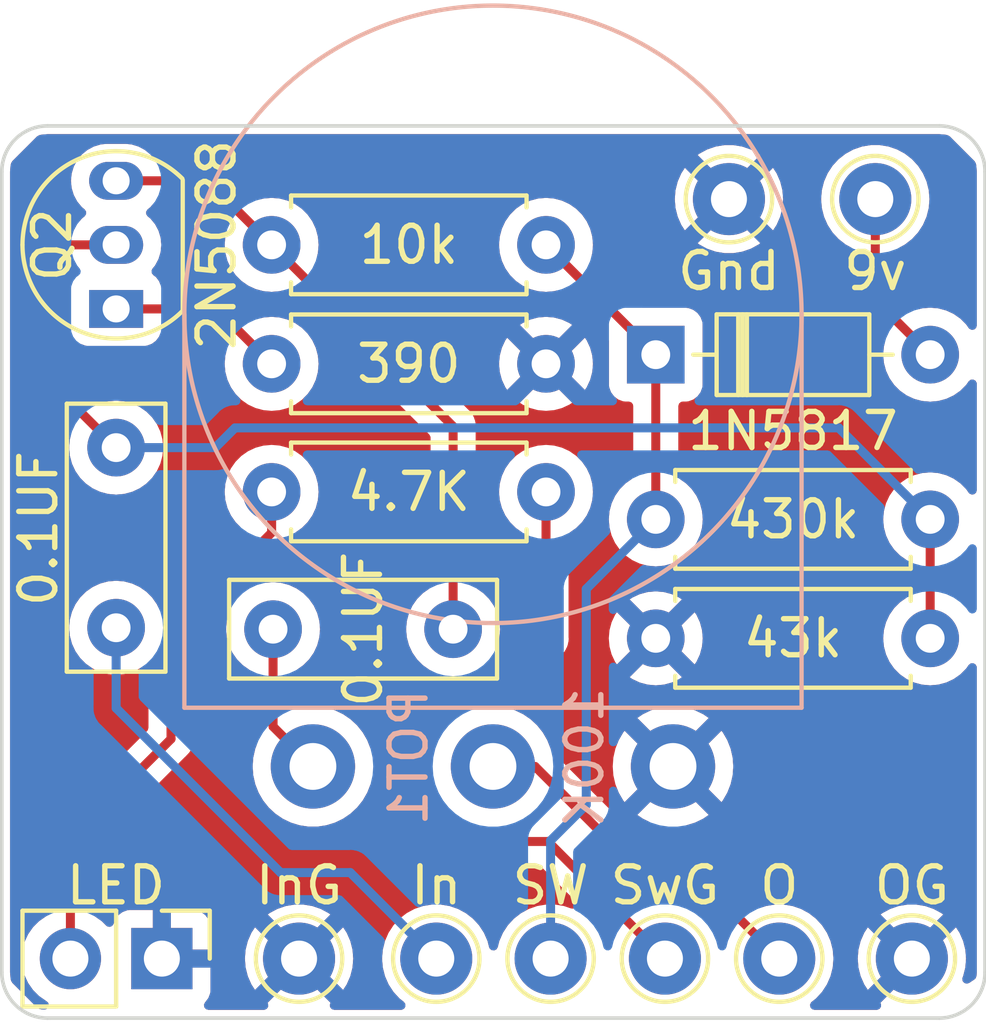
<source format=kicad_pcb>
(kicad_pcb (version 20241229) (generator "pcbnew") (generator_version "9.0")
  (layers (0 "F.Cu" signal) (2 "B.Cu" signal) (13 "F.Paste" user) (15 "B.Paste" user) (5 "F.SilkS" user "F.Silkscreen") (7 "B.SilkS" user "B.Silkscreen") (1 "F.Mask" user) (3 "B.Mask" user) (25 "Edge.Cuts" user))
  (net 0 "")
  (net 1 "Net-(9v1-Pin_1)")
  (net 2 "Net-(In1-Pin_1)")
  (net 3 "Net-(Q2-B)")
  (net 4 "Net-(Q2-C)")
  (net 5 "Net-(C2-Pad2)")
  (net 6 "Net-(D1-K)")
  (net 7 "GND")
  (net 8 "Net-(LED1-A)")
  (net 9 "Net-(Out1-Pin_1)")
  (net 10 "Net-(Q2-E)")
  (net 11 "Net-(swGnd1-Pin_1)")
  (footprint "TestPoint:TestPoint_THTPad_D2.0mm_Drill1.0mm" (layer "F.Cu") (at 168.148 92.202 180)
    (property "Reference" "Gnd" (at 0 -1.998 0) (layer "F.SilkS"))
    (property "Value" "~" (hide yes))
    (fp_circle (center 0 0) (end 0 1.2) (stroke (width 0.12)) (fill no) (layer "F.SilkS"))
    (pad "1" thru_hole circle (at 0 0 180) (size 2 2) (drill 1) (layers "*.Cu" "*.Mask") (net 7 "GND"))
  )
  (footprint "TestPoint:TestPoint_THTPad_D2.0mm_Drill1.0mm" (layer "F.Cu") (at 166.37 113.284 180)
    (property "Reference" "SwG" (at 0 2.032 0) (layer "F.SilkS"))
    (property "Value" "~" (hide yes))
    (fp_circle (center 0 0) (end 0 1.2) (stroke (width 0.12)) (fill no) (layer "F.SilkS"))
    (pad "1" thru_hole circle (at 0 0 180) (size 2 2) (drill 1) (layers "*.Cu" "*.Mask") (net 11 "Net-(swGnd1-Pin_1)"))
  )
  (footprint "Resistor_THT:R_Axial_DIN0207_L6.3mm_D2.5mm_P7.62mm_Horizontal" (layer "F.Cu") (at 166.116 104.394)
    (property "Reference" "R2" (hide yes))
    (property "Value" "43k" (at 3.81 0 0) (layer "F.SilkS"))
    (fp_line (start 0.54 -1.37) (end 7.08 -1.37) (stroke (width 0.12)) (layer "F.SilkS"))
    (fp_line (start 0.54 -1.04) (end 0.54 -1.37) (stroke (width 0.12)) (layer "F.SilkS"))
    (fp_line (start 0.54 1.04) (end 0.54 1.37) (stroke (width 0.12)) (layer "F.SilkS"))
    (fp_line (start 0.54 1.37) (end 7.08 1.37) (stroke (width 0.12)) (layer "F.SilkS"))
    (fp_line (start 7.08 -1.37) (end 7.08 -1.04) (stroke (width 0.12)) (layer "F.SilkS"))
    (fp_line (start 7.08 1.37) (end 7.08 1.04) (stroke (width 0.12)) (layer "F.SilkS"))
    (pad "1" thru_hole circle (at 0 0) (size 1.6 1.6) (drill 0.8) (layers "*.Cu" "*.Mask") (net 7 "GND"))
    (pad "2" thru_hole oval (at 7.62 0) (size 1.6 1.6) (drill 0.8) (layers "*.Cu" "*.Mask") (net 3 "Net-(Q2-B)"))
  )
  (footprint "TestPoint:TestPoint_THTPad_D2.0mm_Drill1.0mm" (layer "F.Cu") (at 173.228 113.284 180)
    (property "Reference" "OG" (at 0 2.032 0) (layer "F.SilkS"))
    (property "Value" "~")
    (fp_circle (center 0 0) (end 0 1.2) (stroke (width 0.12)) (fill no) (layer "F.SilkS"))
    (pad "1" thru_hole circle (at 0 0 180) (size 2 2) (drill 1) (layers "*.Cu" "*.Mask") (net 7 "GND"))
  )
  (footprint "Resistor_THT:R_Axial_DIN0207_L6.3mm_D2.5mm_P7.62mm_Horizontal" (layer "F.Cu") (at 163.068 96.774 180)
    (property "Reference" "R4" (hide yes))
    (property "Value" "390" (at 3.81 0 0) (layer "F.SilkS"))
    (fp_line (start 7.08 1.37) (end 7.08 1.04) (stroke (width 0.12)) (layer "F.SilkS"))
    (fp_line (start 7.08 -1.37) (end 7.08 -1.04) (stroke (width 0.12)) (layer "F.SilkS"))
    (fp_line (start 0.54 1.37) (end 7.08 1.37) (stroke (width 0.12)) (layer "F.SilkS"))
    (fp_line (start 0.54 1.04) (end 0.54 1.37) (stroke (width 0.12)) (layer "F.SilkS"))
    (fp_line (start 0.54 -1.04) (end 0.54 -1.37) (stroke (width 0.12)) (layer "F.SilkS"))
    (fp_line (start 0.54 -1.37) (end 7.08 -1.37) (stroke (width 0.12)) (layer "F.SilkS"))
    (pad "1" thru_hole circle (at 0 0 180) (size 1.6 1.6) (drill 0.8) (layers "*.Cu" "*.Mask") (net 7 "GND"))
    (pad "2" thru_hole oval (at 7.62 0 180) (size 1.6 1.6) (drill 0.8) (layers "*.Cu" "*.Mask") (net 10 "Net-(Q2-E)"))
  )
  (footprint "Resistor_THT:R_Axial_DIN0207_L6.3mm_D2.5mm_P7.62mm_Horizontal" (layer "F.Cu") (at 155.448 93.472)
    (property "Reference" "R3" (hide yes))
    (property "Value" "10k" (at 3.81 0 0) (layer "F.SilkS"))
    (fp_line (start 0.54 -1.37) (end 7.08 -1.37) (stroke (width 0.12)) (layer "F.SilkS"))
    (fp_line (start 0.54 -1.04) (end 0.54 -1.37) (stroke (width 0.12)) (layer "F.SilkS"))
    (fp_line (start 0.54 1.04) (end 0.54 1.37) (stroke (width 0.12)) (layer "F.SilkS"))
    (fp_line (start 0.54 1.37) (end 7.08 1.37) (stroke (width 0.12)) (layer "F.SilkS"))
    (fp_line (start 7.08 -1.37) (end 7.08 -1.04) (stroke (width 0.12)) (layer "F.SilkS"))
    (fp_line (start 7.08 1.37) (end 7.08 1.04) (stroke (width 0.12)) (layer "F.SilkS"))
    (pad "1" thru_hole circle (at 0 0) (size 1.6 1.6) (drill 0.8) (layers "*.Cu" "*.Mask") (net 4 "Net-(Q2-C)"))
    (pad "2" thru_hole oval (at 7.62 0) (size 1.6 1.6) (drill 0.8) (layers "*.Cu" "*.Mask") (net 6 "Net-(D1-K)"))
  )
  (footprint "TestPoint:TestPoint_THTPad_D2.0mm_Drill1.0mm" (layer "F.Cu") (at 160.02 113.284 180)
    (property "Reference" "In" (at 0 2.032 0) (layer "F.SilkS"))
    (property "Value" "~")
    (fp_circle (center 0 0) (end 0 1.2) (stroke (width 0.12)) (fill no) (layer "F.SilkS"))
    (pad "1" thru_hole circle (at 0 0 180) (size 2 2) (drill 1) (layers "*.Cu" "*.Mask") (net 2 "Net-(In1-Pin_1)"))
  )
  (footprint "Package_TO_SOT_THT:TO-92_Inline" (layer "F.Cu") (at 151.13 94.742 90)
    (property "Reference" "Q2" (at 1.27 -1.778 90) (layer "F.SilkS"))
    (property "Value" "2N5088" (at 1.27 2.79 90) (layer "F.SilkS"))
    (fp_line (start -0.53 1.85) (end 3.07 1.85) (stroke (width 0.12)) (layer "F.SilkS"))
    (fp_arc (start 1.27 -2.6) (mid 3.672087 -0.994977) (end 3.108478 1.838478) (stroke (width 0.12)) (layer "F.SilkS"))
    (fp_arc (start -0.568478 1.838478) (mid -1.132087 -0.994977) (end 1.27 -2.6) (stroke (width 0.12)) (layer "F.SilkS"))
    (pad "1" thru_hole rect (at -0.508 0 90) (size 1.05 1.5) (drill 0.75) (layers "*.Cu" "*.Mask") (net 10 "Net-(Q2-E)"))
    (pad "2" thru_hole oval (at 1.27 0 90) (size 1.05 1.5) (drill 0.75) (layers "*.Cu" "*.Mask") (net 3 "Net-(Q2-B)"))
    (pad "3" thru_hole oval (at 3.048 0 90) (size 1.05 1.5) (drill 0.75) (layers "*.Cu" "*.Mask") (net 4 "Net-(Q2-C)"))
  )
  (footprint "TestPoint:TestPoint_THTPad_D2.0mm_Drill1.0mm" (layer "F.Cu") (at 156.21 113.284 180)
    (property "Reference" "InG" (at 0 2.032 0) (layer "F.SilkS"))
    (property "Value" "~" (hide yes))
    (fp_circle (center 0 0) (end 0 1.2) (stroke (width 0.12)) (fill no) (layer "F.SilkS"))
    (pad "1" thru_hole circle (at 0 0 180) (size 2 2) (drill 1) (layers "*.Cu" "*.Mask") (net 7 "GND"))
  )
  (footprint "TestPoint:TestPoint_THTPad_D2.0mm_Drill1.0mm" (layer "F.Cu") (at 172.212 92.202 180)
    (property "Reference" "9v" (at 0 -1.998 0) (layer "F.SilkS"))
    (property "Value" " ")
    (fp_circle (center 0 0) (end 0 1.2) (stroke (width 0.12)) (fill no) (layer "F.SilkS"))
    (pad "1" thru_hole circle (at 0 0 180) (size 2 2) (drill 1) (layers "*.Cu" "*.Mask") (net 1 "Net-(9v1-Pin_1)"))
  )
  (footprint "Capacitor_THT:C_Rect_L7.2mm_W2.5mm_P5.00mm_FKS2_FKP2_MKS2_MKP2" (layer "F.Cu") (at 151.13 104.1 90)
    (property "Reference" "C1" (hide yes))
    (property "Value" "0.1UF" (at 2.754 -2.159 90) (layer "F.SilkS"))
    (fp_line (start 6.22 -1.37) (end 6.22 1.37) (stroke (width 0.12)) (layer "F.SilkS"))
    (fp_line (start -1.22 -1.37) (end 6.22 -1.37) (stroke (width 0.12)) (layer "F.SilkS"))
    (fp_line (start -1.22 -1.37) (end -1.22 1.37) (stroke (width 0.12)) (layer "F.SilkS"))
    (fp_line (start -1.22 1.37) (end 6.22 1.37) (stroke (width 0.12)) (layer "F.SilkS"))
    (pad "1" thru_hole circle (at 0 0 90) (size 1.6 1.6) (drill 0.8) (layers "*.Cu" "*.Mask") (net 2 "Net-(In1-Pin_1)"))
    (pad "2" thru_hole circle (at 5 0 90) (size 1.6 1.6) (drill 0.8) (layers "*.Cu" "*.Mask") (net 3 "Net-(Q2-B)"))
  )
  (footprint "Resistor_THT:R_Axial_DIN0207_L6.3mm_D2.5mm_P7.62mm_Horizontal" (layer "F.Cu") (at 173.736 101.092 180)
    (property "Reference" "R1" (hide yes))
    (property "Value" "430k" (at 3.81 0 0) (layer "F.SilkS"))
    (fp_line (start 7.08 1.37) (end 7.08 1.04) (stroke (width 0.12)) (layer "F.SilkS"))
    (fp_line (start 7.08 -1.37) (end 7.08 -1.04) (stroke (width 0.12)) (layer "F.SilkS"))
    (fp_line (start 0.54 1.37) (end 7.08 1.37) (stroke (width 0.12)) (layer "F.SilkS"))
    (fp_line (start 0.54 1.04) (end 0.54 1.37) (stroke (width 0.12)) (layer "F.SilkS"))
    (fp_line (start 0.54 -1.04) (end 0.54 -1.37) (stroke (width 0.12)) (layer "F.SilkS"))
    (fp_line (start 0.54 -1.37) (end 7.08 -1.37) (stroke (width 0.12)) (layer "F.SilkS"))
    (pad "1" thru_hole circle (at 0 0 180) (size 1.6 1.6) (drill 0.8) (layers "*.Cu" "*.Mask") (net 3 "Net-(Q2-B)"))
    (pad "2" thru_hole oval (at 7.62 0 180) (size 1.6 1.6) (drill 0.8) (layers "*.Cu" "*.Mask") (net 6 "Net-(D1-K)"))
  )
  (footprint "Diode_THT:D_DO-35_SOD27_P7.62mm_Horizontal" (layer "F.Cu") (at 166.116 96.52)
    (property "Reference" "D1" (hide yes))
    (property "Value" "1N5817" (at 3.81 2.12 0) (layer "F.SilkS"))
    (fp_line (start 1.04 0) (end 1.69 0) (stroke (width 0.12)) (layer "F.SilkS"))
    (fp_line (start 1.69 -1.12) (end 1.69 1.12) (stroke (width 0.12)) (layer "F.SilkS"))
    (fp_line (start 1.69 1.12) (end 5.93 1.12) (stroke (width 0.12)) (layer "F.SilkS"))
    (fp_line (start 2.29 -1.12) (end 2.29 1.12) (stroke (width 0.12)) (layer "F.SilkS"))
    (fp_line (start 2.41 -1.12) (end 2.41 1.12) (stroke (width 0.12)) (layer "F.SilkS"))
    (fp_line (start 2.53 -1.12) (end 2.53 1.12) (stroke (width 0.12)) (layer "F.SilkS"))
    (fp_line (start 5.93 -1.12) (end 1.69 -1.12) (stroke (width 0.12)) (layer "F.SilkS"))
    (fp_line (start 5.93 1.12) (end 5.93 -1.12) (stroke (width 0.12)) (layer "F.SilkS"))
    (fp_line (start 6.58 0) (end 5.93 0) (stroke (width 0.12)) (layer "F.SilkS"))
    (pad "1" thru_hole rect (at 0 0) (size 1.6 1.6) (drill 0.8) (layers "*.Cu" "*.Mask") (net 6 "Net-(D1-K)"))
    (pad "2" thru_hole oval (at 7.62 0) (size 1.6 1.6) (drill 0.8) (layers "*.Cu" "*.Mask") (net 1 "Net-(9v1-Pin_1)"))
  )
  (footprint "Capacitor_THT:C_Rect_L7.2mm_W2.5mm_P5.00mm_FKS2_FKP2_MKS2_MKP2" (layer "F.Cu") (at 160.488 104.14 180)
    (property "Reference" "C2" (hide yes))
    (property "Value" "0.1UF" (at 2.5 0 270) (layer "F.SilkS"))
    (fp_line (start 6.22 -1.37) (end 6.22 1.37) (stroke (width 0.12)) (layer "F.SilkS"))
    (fp_line (start -1.22 1.37) (end 6.22 1.37) (stroke (width 0.12)) (layer "F.SilkS"))
    (fp_line (start -1.22 -1.37) (end 6.22 -1.37) (stroke (width 0.12)) (layer "F.SilkS"))
    (fp_line (start -1.22 -1.37) (end -1.22 1.37) (stroke (width 0.12)) (layer "F.SilkS"))
    (pad "1" thru_hole circle (at 0 0 180) (size 1.6 1.6) (drill 0.8) (layers "*.Cu" "*.Mask") (net 4 "Net-(Q2-C)"))
    (pad "2" thru_hole circle (at 5 0 180) (size 1.6 1.6) (drill 0.8) (layers "*.Cu" "*.Mask") (net 5 "Net-(C2-Pad2)"))
  )
  (footprint "Resistor_THT:R_Axial_DIN0207_L6.3mm_D2.5mm_P7.62mm_Horizontal" (layer "F.Cu") (at 155.448 100.33)
    (property "Reference" "R5" (hide yes))
    (property "Value" "4.7K" (at 3.81 0 0) (layer "F.SilkS"))
    (fp_line (start 0.54 -1.37) (end 7.08 -1.37) (stroke (width 0.12)) (layer "F.SilkS"))
    (fp_line (start 0.54 -1.04) (end 0.54 -1.37) (stroke (width 0.12)) (layer "F.SilkS"))
    (fp_line (start 0.54 1.04) (end 0.54 1.37) (stroke (width 0.12)) (layer "F.SilkS"))
    (fp_line (start 0.54 1.37) (end 7.08 1.37) (stroke (width 0.12)) (layer "F.SilkS"))
    (fp_line (start 7.08 -1.37) (end 7.08 -1.04) (stroke (width 0.12)) (layer "F.SilkS"))
    (fp_line (start 7.08 1.37) (end 7.08 1.04) (stroke (width 0.12)) (layer "F.SilkS"))
    (pad "1" thru_hole circle (at 0 0) (size 1.6 1.6) (drill 0.8) (layers "*.Cu" "*.Mask") (net 8 "Net-(LED1-A)"))
    (pad "2" thru_hole oval (at 7.62 0) (size 1.6 1.6) (drill 0.8) (layers "*.Cu" "*.Mask") (net 11 "Net-(swGnd1-Pin_1)"))
  )
  (footprint "TestPoint:TestPoint_THTPad_D2.0mm_Drill1.0mm" (layer "F.Cu") (at 163.195 113.284 180)
    (property "Reference" "SW" (at 0 2.032 0) (layer "F.SilkS"))
    (property "Value" " ")
    (fp_circle (center 0 0) (end 0 1.2) (stroke (width 0.12)) (fill no) (layer "F.SilkS"))
    (pad "1" thru_hole circle (at 0 0 180) (size 2 2) (drill 1) (layers "*.Cu" "*.Mask") (net 6 "Net-(D1-K)"))
  )
  (footprint "TestPoint:TestPoint_THTPad_D2.0mm_Drill1.0mm" (layer "F.Cu") (at 169.545 113.284 180)
    (property "Reference" "O" (at 0 2.032 0) (layer "F.SilkS"))
    (property "Value" "~" (hide yes))
    (fp_circle (center 0 0) (end 0 1.2) (stroke (width 0.12)) (fill no) (layer "F.SilkS"))
    (pad "1" thru_hole circle (at 0 0 180) (size 2 2) (drill 1) (layers "*.Cu" "*.Mask") (net 9 "Net-(Out1-Pin_1)"))
  )
  (footprint "Potentiometer_THT:Potentiometer_Omeg_PC16BU_Vertical" (layer "F.Cu") (at 166.5948 107.95 90)
    (property "Reference" "POT1" (at 0.254 -7.342 90) (layer "B.SilkS") (effects (justify mirror)))
    (property "Value" "100K" (at 0.254 -2.46 90) (layer "B.SilkS") (effects (justify mirror)))
    (fp_line (start 1.63 -13.57) (end 12.55 -13.57) (stroke (width 0.12)) (layer "B.SilkS"))
    (fp_line (start 1.63 -13.57) (end 1.63 3.57) (stroke (width 0.12)) (layer "B.SilkS"))
    (fp_line (start 1.63 3.57) (end 12.55 3.57) (stroke (width 0.12)) (layer "B.SilkS"))
    (fp_circle (center 12.55 -5) (end 21.12 -5) (stroke (width 0.12)) (fill no) (layer "B.SilkS"))
    (pad "1" thru_hole circle (at 0 0 90) (size 2.34 2.34) (drill 1.3) (layers "*.Cu" "*.Mask") (net 7 "GND"))
    (pad "2" thru_hole circle (at 0 -5 90) (size 2.34 2.34) (drill 1.3) (layers "*.Cu" "*.Mask") (net 9 "Net-(Out1-Pin_1)"))
    (pad "3" thru_hole circle (at 0 -10 90) (size 2.34 2.34) (drill 1.3) (layers "*.Cu" "*.Mask") (net 5 "Net-(C2-Pad2)"))
  )
  (footprint "Connector_PinHeader_2.54mm:PinHeader_1x02_P2.54mm_Vertical" (layer "F.Cu") (at 152.4 113.284 -90)
    (property "Reference" "LED" (at -2.032 1.275 180) (layer "F.SilkS"))
    (property "Value" "~" (hide yes))
    (fp_line (start -1.33 3.87) (end 1.33 3.87) (stroke (width 0.12)) (layer "F.SilkS"))
    (fp_line (start -1.33 1.27) (end -1.33 3.87) (stroke (width 0.12)) (layer "F.SilkS"))
    (fp_line (start -1.33 1.27) (end 1.33 1.27) (stroke (width 0.12)) (layer "F.SilkS"))
    (fp_line (start 1.33 1.27) (end 1.33 3.87) (stroke (width 0.12)) (layer "F.SilkS"))
    (fp_line (start -1.33 0) (end -1.33 -1.33) (stroke (width 0.12)) (layer "F.SilkS"))
    (fp_line (start -1.33 -1.33) (end 0 -1.33) (stroke (width 0.12)) (layer "F.SilkS"))
    (pad "1" thru_hole rect (at 0 0 270) (size 1.7 1.7) (drill 1) (layers "*.Cu" "*.Mask") (net 7 "GND"))
    (pad "2" thru_hole oval (at 0 2.54 270) (size 1.7 1.7) (drill 1) (layers "*.Cu" "*.Mask") (net 8 "Net-(LED1-A)"))
  )
  (gr_line (start 175.26 113.665) (end 175.26 91.44) (stroke (width 0.1)) (layer "Edge.Cuts"))
  (gr_arc (start 149.225 114.935) (mid 148.326974 114.563026) (end 147.955 113.665) (stroke (width 0.1)) (layer "Edge.Cuts"))
  (gr_line (start 147.955 91.44) (end 147.955 113.665) (stroke (width 0.1)) (layer "Edge.Cuts"))
  (gr_line (start 173.99 90.17) (end 149.225 90.17) (stroke (width 0.1)) (layer "Edge.Cuts"))
  (gr_arc (start 147.955 91.44) (mid 148.326974 90.541974) (end 149.225 90.17) (stroke (width 0.1)) (layer "Edge.Cuts"))
  (gr_arc (start 175.26 113.665) (mid 174.888026 114.563026) (end 173.99 114.935) (stroke (width 0.1)) (layer "Edge.Cuts"))
  (gr_arc (start 173.99 90.17) (mid 174.888026 90.541974) (end 175.26 91.44) (stroke (width 0.1)) (layer "Edge.Cuts"))
  (gr_line (start 149.225 114.935) (end 173.99 114.935) (stroke (width 0.1)) (layer "Edge.Cuts"))
  (segment (start 172.212 92.202) (end 172.212 94.996) (width 0.25) (layer "F.Cu") (net 1))
  (segment (start 172.212 94.996) (end 173.736 96.52) (width 0.25) (layer "F.Cu") (net 1))
  (segment (start 151.13 106.330167) (end 155.696233 110.8964) (width 0.25) (layer "B.Cu") (net 2))
  (segment (start 155.696233 110.8964) (end 157.6324 110.8964) (width 0.25) (layer "B.Cu") (net 2))
  (segment (start 151.13 104.1) (end 151.13 106.330167) (width 0.25) (layer "B.Cu") (net 2))
  (segment (start 157.6324 110.8964) (end 160.02 113.284) (width 0.25) (layer "B.Cu") (net 2))
  (segment (start 149.352 97.322) (end 151.13 99.1) (width 0.25) (layer "F.Cu") (net 3))
  (segment (start 151.13 93.472) (end 149.86 93.472) (width 0.25) (layer "F.Cu") (net 3))
  (segment (start 173.736 101.092) (end 173.736 104.394) (width 0.25) (layer "F.Cu") (net 3))
  (segment (start 149.352 93.98) (end 149.352 97.322) (width 0.25) (layer "F.Cu") (net 3))
  (segment (start 149.86 93.472) (end 149.352 93.98) (width 0.25) (layer "F.Cu") (net 3))
  (segment (start 154.432 98.552) (end 153.884 99.1) (width 0.25) (layer "B.Cu") (net 3))
  (segment (start 153.884 99.1) (end 151.13 99.1) (width 0.25) (layer "B.Cu") (net 3))
  (segment (start 173.736 101.092) (end 171.196 98.552) (width 0.25) (layer "B.Cu") (net 3))
  (segment (start 171.196 98.552) (end 154.432 98.552) (width 0.25) (layer "B.Cu") (net 3))
  (segment (start 160.488 98.512) (end 160.488 104.14) (width 0.25) (layer "F.Cu") (net 4))
  (segment (start 153.67 91.694) (end 155.448 93.472) (width 0.25) (layer "F.Cu") (net 4))
  (segment (start 155.448 93.472) (end 160.488 98.512) (width 0.25) (layer "F.Cu") (net 4))
  (segment (start 151.13 91.694) (end 153.67 91.694) (width 0.25) (layer "F.Cu") (net 4))
  (segment (start 155.488 106.8432) (end 156.5948 107.95) (width 0.25) (layer "F.Cu") (net 5))
  (segment (start 155.488 104.14) (end 155.488 106.8432) (width 0.25) (layer "F.Cu") (net 5))
  (segment (start 166.116 96.52) (end 166.116 101.092) (width 0.25) (layer "F.Cu") (net 6))
  (segment (start 166.116 96.52) (end 163.068 93.472) (width 0.25) (layer "F.Cu") (net 6))
  (segment (start 164.1856 109.0168) (end 163.195 110.0074) (width 0.25) (layer "B.Cu") (net 6))
  (segment (start 163.195 110.0074) (end 163.195 113.284) (width 0.25) (layer "B.Cu") (net 6))
  (segment (start 164.1856 103.0224) (end 164.1856 109.0168) (width 0.25) (layer "B.Cu") (net 6))
  (segment (start 166.116 101.092) (end 164.1856 103.0224) (width 0.25) (layer "B.Cu") (net 6))
  (segment (start 155.448 100.33) (end 155.448 101.46137) (width 0.25) (layer "F.Cu") (net 8))
  (segment (start 155.448 101.46137) (end 152.654 104.25537) (width 0.25) (layer "F.Cu") (net 8))
  (segment (start 152.654 107.188) (end 149.86 109.982) (width 0.25) (layer "F.Cu") (net 8))
  (segment (start 152.654 104.25537) (end 152.654 107.188) (width 0.25) (layer "F.Cu") (net 8))
  (segment (start 149.86 109.982) (end 149.86 113.284) (width 0.25) (layer "F.Cu") (net 8))
  (segment (start 166.5986 110.3376) (end 165.1508 110.3376) (width 0.25) (layer "F.Cu") (net 9))
  (segment (start 165.1508 110.3376) (end 162.7632 107.95) (width 0.25) (layer "F.Cu") (net 9))
  (segment (start 169.545 113.284) (end 166.5986 110.3376) (width 0.25) (layer "F.Cu") (net 9))
  (segment (start 162.7632 107.95) (end 161.5948 107.95) (width 0.25) (layer "F.Cu") (net 9))
  (segment (start 151.13 95.25) (end 153.924 95.25) (width 0.25) (layer "F.Cu") (net 10))
  (segment (start 153.924 95.25) (end 155.448 96.774) (width 0.25) (layer "F.Cu") (net 10))
  (segment (start 163.068 104.394) (end 163.068 100.33) (width 0.25) (layer "F.Cu") (net 11))
  (segment (start 163.1188 110.0328) (end 160.5788 110.0328) (width 0.25) (layer "F.Cu") (net 11))
  (segment (start 160.5788 110.0328) (end 159.0548 108.5088) (width 0.25) (layer "F.Cu") (net 11))
  (segment (start 160.4772 105.8164) (end 161.6456 105.8164) (width 0.25) (layer "F.Cu") (net 11))
  (segment (start 166.37 113.284) (end 163.1188 110.0328) (width 0.25) (layer "F.Cu") (net 11))
  (segment (start 159.0548 107.2388) (end 160.4772 105.8164) (width 0.25) (layer "F.Cu") (net 11))
  (segment (start 159.0548 108.5088) (end 159.0548 107.2388) (width 0.25) (layer "F.Cu") (net 11))
  (segment (start 161.6456 105.8164) (end 163.068 104.394) (width 0.25) (layer "F.Cu") (net 11))
  (zone (net 7) (net_name "GND") (layer "F.Cu") (connect_pads (clearance 0.5)) (min_thickness 0.25) (fill yes (thermal_gap 0.5) (thermal_bridge_width 0.5))
    (polygon (pts (xy 175.26 113.665) (xy 175.26 91.44) (xy 173.99 90.17) (xy 149.225 90.17) (xy 147.955 91.44) (xy 147.955 113.665) (xy 149.225 114.935) (xy 173.355 114.935)))
  )
  (zone (net 7) (net_name "GND") (layer "B.Cu") (connect_pads (clearance 0.5)) (min_thickness 0.25) (fill yes (thermal_gap 0.5) (thermal_bridge_width 0.5))
    (polygon (pts (xy 175.26 113.665) (xy 175.26 91.44) (xy 173.99 90.17) (xy 149.225 90.17) (xy 147.955 91.44) (xy 147.955 113.665) (xy 149.225 114.935) (xy 173.355 114.935)))
  )
)
</source>
